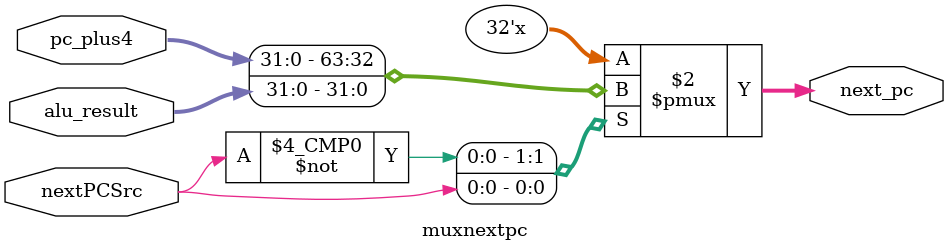
<source format=sv>
module muxnextpc (
    input logic [31:0] pc_plus4,
    input logic [31:0] alu_result,
    input logic nextPCSrc,
    output logic [31:0] next_pc
);

    always_comb begin
        case (nextPCSrc)
            1'b0: next_pc = pc_plus4;    // Selecciona PC + 4
            1'b1: next_pc = alu_result;   // Selecciona resultado de la ALU
            default: next_pc = 32'b0;     // Valor por defecto (no debería ocurrir)
        endcase
    end
endmodule
</source>
